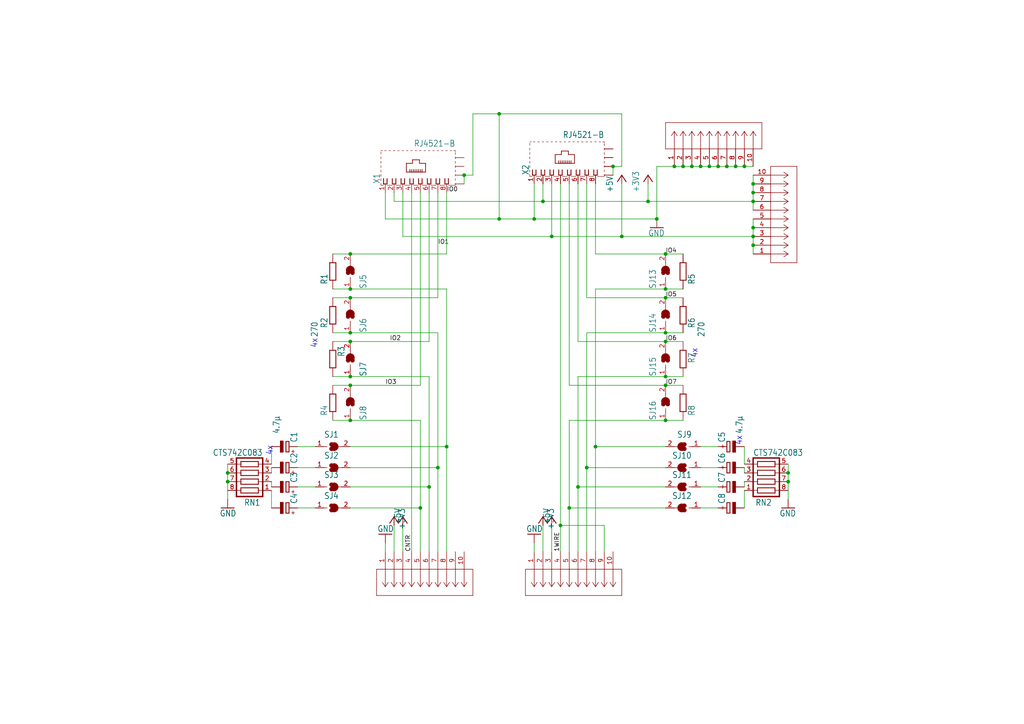
<source format=kicad_sch>
(kicad_sch (version 20230121) (generator eeschema)
  (paper "A4")
  (lib_symbols
    (symbol "SJ_1"
      (property "Reference" "SJ" (at -2.54 2.54 0))
      (symbol "SJ_1_1_0"
        (arc (start -0.381 -0.635) (mid 0.2514 -0.0001) (end -0.3808 0.635) (stroke (width 1.27)))
        (polyline (pts (xy -2.54 0) (xy -1.651 0)) (stroke (width 0.1524)))
        (polyline (pts (xy 2.54 0) (xy 1.651 0)) (stroke (width 0.1524)))
        (arc (start 0.3808 -0.635) (mid 1.0131 -0.0001) (end 0.381 0.635) (stroke (width 1.27)))
        (pin passive line (at -5.08 0 0) (length 2.54) (name "1") (number "1"))
        (pin passive line (at 5.08 0 180) (length 2.54) (name "2") (number "2"))
      )
    )
    (symbol "SJ_10"
      (property "Reference" "SJ" (at -2.54 2.54 0))
      (symbol "SJ_10_1_0"
        (arc (start -0.381 -0.635) (mid 0.2514 -0.0001) (end -0.3808 0.635) (stroke (width 1.27)))
        (polyline (pts (xy -2.54 0) (xy -1.651 0)) (stroke (width 0.1524)))
        (polyline (pts (xy 2.54 0) (xy 1.651 0)) (stroke (width 0.1524)))
        (arc (start 0.3808 -0.635) (mid 1.0131 -0.0001) (end 0.381 0.635) (stroke (width 1.27)))
        (pin passive line (at -5.08 0 0) (length 2.54) (name "1") (number "1"))
        (pin passive line (at 5.08 0 180) (length 2.54) (name "2") (number "2"))
      )
    )
    (symbol "SJ_12"
      (property "Reference" "SJ" (at -2.54 2.54 0))
      (symbol "SJ_12_1_0"
        (arc (start -0.381 -0.635) (mid 0.2514 -0.0001) (end -0.3808 0.635) (stroke (width 1.27)))
        (polyline (pts (xy -2.54 0) (xy -1.651 0)) (stroke (width 0.1524)))
        (polyline (pts (xy 2.54 0) (xy 1.651 0)) (stroke (width 0.1524)))
        (arc (start 0.3808 -0.635) (mid 1.0131 -0.0001) (end 0.381 0.635) (stroke (width 1.27)))
        (pin passive line (at -5.08 0 0) (length 2.54) (name "1") (number "1"))
        (pin passive line (at 5.08 0 180) (length 2.54) (name "2") (number "2"))
      )
    )
    (symbol "SJ_13"
      (property "Reference" "SJ" (at -2.54 2.54 0))
      (symbol "SJ_13_1_0"
        (arc (start -0.381 -0.635) (mid 0.2514 -0.0001) (end -0.3808 0.635) (stroke (width 1.27)))
        (polyline (pts (xy -2.54 0) (xy -1.651 0)) (stroke (width 0.1524)))
        (polyline (pts (xy 2.54 0) (xy 1.651 0)) (stroke (width 0.1524)))
        (arc (start 0.3808 -0.635) (mid 1.0131 -0.0001) (end 0.381 0.635) (stroke (width 1.27)))
        (pin passive line (at -5.08 0 0) (length 2.54) (name "1") (number "1"))
        (pin passive line (at 5.08 0 180) (length 2.54) (name "2") (number "2"))
      )
    )
    (symbol "SJ_14"
      (property "Reference" "SJ" (at -2.54 2.54 0))
      (symbol "SJ_14_1_0"
        (arc (start -0.381 -0.635) (mid 0.2514 -0.0001) (end -0.3808 0.635) (stroke (width 1.27)))
        (polyline (pts (xy -2.54 0) (xy -1.651 0)) (stroke (width 0.1524)))
        (polyline (pts (xy 2.54 0) (xy 1.651 0)) (stroke (width 0.1524)))
        (arc (start 0.3808 -0.635) (mid 1.0131 -0.0001) (end 0.381 0.635) (stroke (width 1.27)))
        (pin passive line (at -5.08 0 0) (length 2.54) (name "1") (number "1"))
        (pin passive line (at 5.08 0 180) (length 2.54) (name "2") (number "2"))
      )
    )
    (symbol "SJ_15"
      (property "Reference" "SJ" (at -2.54 2.54 0))
      (symbol "SJ_15_1_0"
        (arc (start -0.381 -0.635) (mid 0.2514 -0.0001) (end -0.3808 0.635) (stroke (width 1.27)))
        (polyline (pts (xy -2.54 0) (xy -1.651 0)) (stroke (width 0.1524)))
        (polyline (pts (xy 2.54 0) (xy 1.651 0)) (stroke (width 0.1524)))
        (arc (start 0.3808 -0.635) (mid 1.0131 -0.0001) (end 0.381 0.635) (stroke (width 1.27)))
        (pin passive line (at -5.08 0 0) (length 2.54) (name "1") (number "1"))
        (pin passive line (at 5.08 0 180) (length 2.54) (name "2") (number "2"))
      )
    )
    (symbol "SJ_2"
      (property "Reference" "SJ" (at -2.54 2.54 0))
      (symbol "SJ_2_1_0"
        (arc (start -0.381 -0.635) (mid 0.2514 -0.0001) (end -0.3808 0.635) (stroke (width 1.27)))
        (polyline (pts (xy -2.54 0) (xy -1.651 0)) (stroke (width 0.1524)))
        (polyline (pts (xy 2.54 0) (xy 1.651 0)) (stroke (width 0.1524)))
        (arc (start 0.3808 -0.635) (mid 1.0131 -0.0001) (end 0.381 0.635) (stroke (width 1.27)))
        (pin passive line (at -5.08 0 0) (length 2.54) (name "1") (number "1"))
        (pin passive line (at 5.08 0 180) (length 2.54) (name "2") (number "2"))
      )
    )
    (symbol "SJ_3"
      (property "Reference" "SJ" (at -2.54 2.54 0))
      (symbol "SJ_3_1_0"
        (arc (start -0.381 -0.635) (mid 0.2514 -0.0001) (end -0.3808 0.635) (stroke (width 1.27)))
        (polyline (pts (xy -2.54 0) (xy -1.651 0)) (stroke (width 0.1524)))
        (polyline (pts (xy 2.54 0) (xy 1.651 0)) (stroke (width 0.1524)))
        (arc (start 0.3808 -0.635) (mid 1.0131 -0.0001) (end 0.381 0.635) (stroke (width 1.27)))
        (pin passive line (at -5.08 0 0) (length 2.54) (name "1") (number "1"))
        (pin passive line (at 5.08 0 180) (length 2.54) (name "2") (number "2"))
      )
    )
    (symbol "SJ_4"
      (property "Reference" "SJ" (at -2.54 2.54 0))
      (symbol "SJ_4_1_0"
        (arc (start -0.381 -0.635) (mid 0.2514 -0.0001) (end -0.3808 0.635) (stroke (width 1.27)))
        (polyline (pts (xy -2.54 0) (xy -1.651 0)) (stroke (width 0.1524)))
        (polyline (pts (xy 2.54 0) (xy 1.651 0)) (stroke (width 0.1524)))
        (arc (start 0.3808 -0.635) (mid 1.0131 -0.0001) (end 0.381 0.635) (stroke (width 1.27)))
        (pin passive line (at -5.08 0 0) (length 2.54) (name "1") (number "1"))
        (pin passive line (at 5.08 0 180) (length 2.54) (name "2") (number "2"))
      )
    )
    (symbol "SJ_5"
      (property "Reference" "SJ" (at -2.54 2.54 0))
      (symbol "SJ_5_1_0"
        (arc (start -0.381 -0.635) (mid 0.2514 -0.0001) (end -0.3808 0.635) (stroke (width 1.27)))
        (polyline (pts (xy -2.54 0) (xy -1.651 0)) (stroke (width 0.1524)))
        (polyline (pts (xy 2.54 0) (xy 1.651 0)) (stroke (width 0.1524)))
        (arc (start 0.3808 -0.635) (mid 1.0131 -0.0001) (end 0.381 0.635) (stroke (width 1.27)))
        (pin passive line (at -5.08 0 0) (length 2.54) (name "1") (number "1"))
        (pin passive line (at 5.08 0 180) (length 2.54) (name "2") (number "2"))
      )
    )
    (symbol "SJ_6"
      (property "Reference" "SJ" (at -2.54 2.54 0))
      (symbol "SJ_6_1_0"
        (arc (start -0.381 -0.635) (mid 0.2514 -0.0001) (end -0.3808 0.635) (stroke (width 1.27)))
        (polyline (pts (xy -2.54 0) (xy -1.651 0)) (stroke (width 0.1524)))
        (polyline (pts (xy 2.54 0) (xy 1.651 0)) (stroke (width 0.1524)))
        (arc (start 0.3808 -0.635) (mid 1.0131 -0.0001) (end 0.381 0.635) (stroke (width 1.27)))
        (pin passive line (at -5.08 0 0) (length 2.54) (name "1") (number "1"))
        (pin passive line (at 5.08 0 180) (length 2.54) (name "2") (number "2"))
      )
    )
    (symbol "SJ_7"
      (property "Reference" "SJ" (at -2.54 2.54 0))
      (symbol "SJ_7_1_0"
        (arc (start -0.381 -0.635) (mid 0.2514 -0.0001) (end -0.3808 0.635) (stroke (width 1.27)))
        (polyline (pts (xy -2.54 0) (xy -1.651 0)) (stroke (width 0.1524)))
        (polyline (pts (xy 2.54 0) (xy 1.651 0)) (stroke (width 0.1524)))
        (arc (start 0.3808 -0.635) (mid 1.0131 -0.0001) (end 0.381 0.635) (stroke (width 1.27)))
        (pin passive line (at -5.08 0 0) (length 2.54) (name "1") (number "1"))
        (pin passive line (at 5.08 0 180) (length 2.54) (name "2") (number "2"))
      )
    )
    (symbol "SJ_8"
      (property "Reference" "SJ" (at -2.54 2.54 0))
      (symbol "SJ_8_1_0"
        (arc (start -0.381 -0.635) (mid 0.2514 -0.0001) (end -0.3808 0.635) (stroke (width 1.27)))
        (polyline (pts (xy -2.54 0) (xy -1.651 0)) (stroke (width 0.1524)))
        (polyline (pts (xy 2.54 0) (xy 1.651 0)) (stroke (width 0.1524)))
        (arc (start 0.3808 -0.635) (mid 1.0131 -0.0001) (end 0.381 0.635) (stroke (width 1.27)))
        (pin passive line (at -5.08 0 0) (length 2.54) (name "1") (number "1"))
        (pin passive line (at 5.08 0 180) (length 2.54) (name "2") (number "2"))
      )
    )
    (symbol "SJ_9"
      (property "Reference" "SJ" (at -2.54 2.54 0))
      (symbol "SJ_9_1_0"
        (arc (start -0.381 -0.635) (mid 0.2514 -0.0001) (end -0.3808 0.635) (stroke (width 1.27)))
        (polyline (pts (xy -2.54 0) (xy -1.651 0)) (stroke (width 0.1524)))
        (polyline (pts (xy 2.54 0) (xy 1.651 0)) (stroke (width 0.1524)))
        (arc (start 0.3808 -0.635) (mid 1.0131 -0.0001) (end 0.381 0.635) (stroke (width 1.27)))
        (pin passive line (at -5.08 0 0) (length 2.54) (name "1") (number "1"))
        (pin passive line (at 5.08 0 180) (length 2.54) (name "2") (number "2"))
      )
    )
    (symbol "splitter_board-eagle-import:+3V3" (power)
      (property "Value" "+3V3" (at -2.54 -5.08 90))
      (symbol "+3V3_1_0"
        (polyline (pts (xy 0 0) (xy -1.27 -1.905)) (stroke (width 0.254)))
        (polyline (pts (xy 1.27 -1.905) (xy 0 0)) (stroke (width 0.254)))
        (pin power_in line (at 0 -2.54 90) (length 2.54) (name "+3V3") (number "1"))
      )
    )
    (symbol "splitter_board-eagle-import:+5V" (power)
      (property "Value" "+5V" (at -2.54 -5.08 90))
      (symbol "+5V_1_0"
        (polyline (pts (xy 0 0) (xy -1.27 -1.905)) (stroke (width 0.254)))
        (polyline (pts (xy 1.27 -1.905) (xy 0 0)) (stroke (width 0.254)))
        (pin power_in line (at 0 -2.54 90) (length 2.54) (name "+5V") (number "1"))
      )
    )
    (symbol "splitter_board-eagle-import:250-410"
      (symbol "250-410_1_0"
        (polyline (pts (xy 5.08 -25.4) (xy 12.7 -25.4)) (stroke (width 0.1524)))
        (polyline (pts (xy 5.08 2.54) (xy 5.08 -25.4)) (stroke (width 0.1524)))
        (polyline (pts (xy 10.16 -22.86) (xy 5.08 -22.86)) (stroke (width 0.1524)))
        (polyline (pts (xy 10.16 -22.86) (xy 8.89 -23.6982)) (stroke (width 0.1524)))
        (polyline (pts (xy 10.16 -22.86) (xy 8.89 -22.0218)) (stroke (width 0.1524)))
        (polyline (pts (xy 10.16 -20.32) (xy 5.08 -20.32)) (stroke (width 0.1524)))
        (polyline (pts (xy 10.16 -20.32) (xy 8.89 -21.1582)) (stroke (width 0.1524)))
        (polyline (pts (xy 10.16 -20.32) (xy 8.89 -19.4818)) (stroke (width 0.1524)))
        (polyline (pts (xy 10.16 -17.78) (xy 5.08 -17.78)) (stroke (width 0.1524)))
        (polyline (pts (xy 10.16 -17.78) (xy 8.89 -18.6182)) (stroke (width 0.1524)))
        (polyline (pts (xy 10.16 -17.78) (xy 8.89 -16.9418)) (stroke (width 0.1524)))
        (polyline (pts (xy 10.16 -15.24) (xy 5.08 -15.24)) (stroke (width 0.1524)))
        (polyline (pts (xy 10.16 -15.24) (xy 8.89 -16.0782)) (stroke (width 0.1524)))
        (polyline (pts (xy 10.16 -15.24) (xy 8.89 -14.4018)) (stroke (width 0.1524)))
        (polyline (pts (xy 10.16 -12.7) (xy 5.08 -12.7)) (stroke (width 0.1524)))
        (polyline (pts (xy 10.16 -12.7) (xy 8.89 -13.5382)) (stroke (width 0.1524)))
        (polyline (pts (xy 10.16 -12.7) (xy 8.89 -11.8618)) (stroke (width 0.1524)))
        (polyline (pts (xy 10.16 -10.16) (xy 5.08 -10.16)) (stroke (width 0.1524)))
        (polyline (pts (xy 10.16 -10.16) (xy 8.89 -10.9982)) (stroke (width 0.1524)))
        (polyline (pts (xy 10.16 -10.16) (xy 8.89 -9.3218)) (stroke (width 0.1524)))
        (polyline (pts (xy 10.16 -7.62) (xy 5.08 -7.62)) (stroke (width 0.1524)))
        (polyline (pts (xy 10.16 -7.62) (xy 8.89 -8.4582)) (stroke (width 0.1524)))
        (polyline (pts (xy 10.16 -7.62) (xy 8.89 -6.7818)) (stroke (width 0.1524)))
        (polyline (pts (xy 10.16 -5.08) (xy 5.08 -5.08)) (stroke (width 0.1524)))
        (polyline (pts (xy 10.16 -5.08) (xy 8.89 -5.9182)) (stroke (width 0.1524)))
        (polyline (pts (xy 10.16 -5.08) (xy 8.89 -4.2418)) (stroke (width 0.1524)))
        (polyline (pts (xy 10.16 -2.54) (xy 5.08 -2.54)) (stroke (width 0.1524)))
        (polyline (pts (xy 10.16 -2.54) (xy 8.89 -3.3782)) (stroke (width 0.1524)))
        (polyline (pts (xy 10.16 -2.54) (xy 8.89 -1.7018)) (stroke (width 0.1524)))
        (polyline (pts (xy 10.16 0) (xy 5.08 0)) (stroke (width 0.1524)))
        (polyline (pts (xy 10.16 0) (xy 8.89 -0.8382)) (stroke (width 0.1524)))
        (polyline (pts (xy 10.16 0) (xy 8.89 0.8382)) (stroke (width 0.1524)))
        (polyline (pts (xy 12.7 -25.4) (xy 12.7 2.54)) (stroke (width 0.1524)))
        (polyline (pts (xy 12.7 2.54) (xy 5.08 2.54)) (stroke (width 0.1524)))
        (pin passive line (at 0 0 0) (length 5.08) (name "1") (number "1"))
        (pin passive line (at 0 -22.86 0) (length 5.08) (name "10") (number "10"))
        (pin passive line (at 0 -2.54 0) (length 5.08) (name "2") (number "2"))
        (pin passive line (at 0 -5.08 0) (length 5.08) (name "3") (number "3"))
        (pin passive line (at 0 -7.62 0) (length 5.08) (name "4") (number "4"))
        (pin passive line (at 0 -10.16 0) (length 5.08) (name "5") (number "5"))
        (pin passive line (at 0 -12.7 0) (length 5.08) (name "6") (number "6"))
        (pin passive line (at 0 -15.24 0) (length 5.08) (name "7") (number "7"))
        (pin passive line (at 0 -17.78 0) (length 5.08) (name "8") (number "8"))
        (pin passive line (at 0 -20.32 0) (length 5.08) (name "9") (number "9"))
      )
    )
    (symbol "splitter_board-eagle-import:CPOL-EUA/3216-18R"
      (property "Reference" "C" (at 1.143 0.4826 0))
      (symbol "CPOL-EUA/3216-18R_1_0"
        (rectangle (start -1.651 -2.54) (end 1.651 -1.651) (fill (type outline)))
        (polyline (pts (xy -1.524 -0.889) (xy 1.524 -0.889)) (stroke (width 0.254)))
        (polyline (pts (xy -1.524 0) (xy -1.524 -0.889)) (stroke (width 0.254)))
        (polyline (pts (xy -1.524 0) (xy 1.524 0)) (stroke (width 0.254)))
        (polyline (pts (xy 1.524 -0.889) (xy 1.524 0)) (stroke (width 0.254)))
        (text "+" (at -0.5842 0.4064 900) (effects (font (size 1.27 1.0795)) (justify left bottom)))
        (pin passive line (at 0 2.54 270) (length 2.54) (name "+") (number "+"))
        (pin passive line (at 0 -5.08 90) (length 2.54) (name "-") (number "-"))
      )
    )
    (symbol "splitter_board-eagle-import:CTS742C083"
      (property "Reference" "RN" (at -1.905 5.08 0))
      (symbol "CTS742C083_1_0"
        (polyline (pts (xy -2.54 -5.08) (xy -1.27 -5.08)) (stroke (width 0.1524)))
        (polyline (pts (xy -2.54 -2.54) (xy -1.27 -2.54)) (stroke (width 0.1524)))
        (polyline (pts (xy -2.54 0) (xy -1.27 0)) (stroke (width 0.1524)))
        (polyline (pts (xy -2.54 4.318) (xy -2.54 -6.858)) (stroke (width 0.4064)))
        (polyline (pts (xy -1.27 -5.842) (xy 3.81 -5.842)) (stroke (width 0.254)))
        (polyline (pts (xy -1.27 -5.08) (xy -1.27 -5.842)) (stroke (width 0.254)))
        (polyline (pts (xy -1.27 -4.318) (xy -1.27 -5.08)) (stroke (width 0.254)))
        (polyline (pts (xy -1.27 -3.302) (xy 3.81 -3.302)) (stroke (width 0.254)))
        (polyline (pts (xy -1.27 -2.54) (xy -1.27 -3.302)) (stroke (width 0.254)))
        (polyline (pts (xy -1.27 -1.778) (xy -1.27 -2.54)) (stroke (width 0.254)))
        (polyline (pts (xy -1.27 -0.762) (xy 3.81 -0.762)) (stroke (width 0.254)))
        (polyline (pts (xy -1.27 0) (xy -1.27 -0.762)) (stroke (width 0.254)))
        (polyline (pts (xy -1.27 0.762) (xy -1.27 0)) (stroke (width 0.254)))
        (polyline (pts (xy -1.27 1.778) (xy 3.81 1.778)) (stroke (width 0.254)))
        (polyline (pts (xy -1.27 2.54) (xy -2.54 2.54)) (stroke (width 0.1524)))
        (polyline (pts (xy -1.27 2.54) (xy -1.27 1.778)) (stroke (width 0.254)))
        (polyline (pts (xy -1.27 3.302) (xy -1.27 2.54)) (stroke (width 0.254)))
        (polyline (pts (xy 3.81 -5.842) (xy 3.81 -5.08)) (stroke (width 0.254)))
        (polyline (pts (xy 3.81 -5.08) (xy 3.81 -4.318)) (stroke (width 0.254)))
        (polyline (pts (xy 3.81 -4.318) (xy -1.27 -4.318)) (stroke (width 0.254)))
        (polyline (pts (xy 3.81 -3.302) (xy 3.81 -2.54)) (stroke (width 0.254)))
        (polyline (pts (xy 3.81 -2.54) (xy 3.81 -1.778)) (stroke (width 0.254)))
        (polyline (pts (xy 3.81 -1.778) (xy -1.27 -1.778)) (stroke (width 0.254)))
        (polyline (pts (xy 3.81 -0.762) (xy 3.81 0)) (stroke (width 0.254)))
        (polyline (pts (xy 3.81 0) (xy 3.81 0.762)) (stroke (width 0.254)))
        (polyline (pts (xy 3.81 0.762) (xy -1.27 0.762)) (stroke (width 0.254)))
        (polyline (pts (xy 3.81 1.778) (xy 3.81 2.54)) (stroke (width 0.254)))
        (polyline (pts (xy 3.81 2.54) (xy 3.81 3.302)) (stroke (width 0.254)))
        (polyline (pts (xy 3.81 2.54) (xy 5.08 2.54)) (stroke (width 0.1524)))
        (polyline (pts (xy 3.81 3.302) (xy -1.27 3.302)) (stroke (width 0.254)))
        (polyline (pts (xy 5.08 -6.858) (xy -2.54 -6.858)) (stroke (width 0.4064)))
        (polyline (pts (xy 5.08 -5.08) (xy 3.81 -5.08)) (stroke (width 0.1524)))
        (polyline (pts (xy 5.08 -2.54) (xy 3.81 -2.54)) (stroke (width 0.1524)))
        (polyline (pts (xy 5.08 0) (xy 3.81 0)) (stroke (width 0.1524)))
        (polyline (pts (xy 5.08 4.318) (xy -2.54 4.318)) (stroke (width 0.4064)))
        (polyline (pts (xy 5.08 4.318) (xy 5.08 -6.858)) (stroke (width 0.4064)))
        (pin passive line (at -5.08 2.54 0) (length 2.54) (name "1") (number "1"))
        (pin passive line (at -5.08 0 0) (length 2.54) (name "2") (number "2"))
        (pin passive line (at -5.08 -2.54 0) (length 2.54) (name "3") (number "3"))
        (pin passive line (at -5.08 -5.08 0) (length 2.54) (name "4") (number "4"))
        (pin passive line (at 7.62 -5.08 180) (length 2.54) (name "5") (number "5"))
        (pin passive line (at 7.62 -2.54 180) (length 2.54) (name "6") (number "6"))
        (pin passive line (at 7.62 0 180) (length 2.54) (name "7") (number "7"))
        (pin passive line (at 7.62 2.54 180) (length 2.54) (name "8") (number "8"))
      )
    )
    (symbol "splitter_board-eagle-import:GND" (power)
      (property "Value" "GND" (at -2.54 -2.54 0))
      (symbol "GND_1_0"
        (polyline (pts (xy -1.905 0) (xy 1.905 0)) (stroke (width 0.254)))
        (pin power_in line (at 0 2.54 270) (length 2.54) (name "GND") (number "1"))
      )
    )
    (symbol "splitter_board-eagle-import:R-EU_R0805"
      (property "Reference" "R" (at -3.81 1.4986 0))
      (symbol "R-EU_R0805_1_0"
        (polyline (pts (xy -2.54 -0.889) (xy -2.54 0.889)) (stroke (width 0.254)))
        (polyline (pts (xy -2.54 -0.889) (xy 2.54 -0.889)) (stroke (width 0.254)))
        (polyline (pts (xy 2.54 -0.889) (xy 2.54 0.889)) (stroke (width 0.254)))
        (polyline (pts (xy 2.54 0.889) (xy -2.54 0.889)) (stroke (width 0.254)))
        (pin passive line (at -5.08 0 0) (length 2.54) (name "1") (number "1"))
        (pin passive line (at 5.08 0 180) (length 2.54) (name "2") (number "2"))
      )
    )
    (symbol "splitter_board-eagle-import:RJ4521-B"
      (property "Reference" "X" (at -5.08 11.684 0))
      (symbol "RJ4521-B_1_0"
        (polyline (pts (xy -5.461 -10.16) (xy -4.826 -10.16)) (stroke (width 0.127)))
        (polyline (pts (xy -5.461 -8.128) (xy -5.461 -10.16)) (stroke (width 0.127)))
        (polyline (pts (xy -5.461 -5.588) (xy -5.461 -7.112)) (stroke (width 0.127)))
        (polyline (pts (xy -5.461 -3.048) (xy -5.461 -4.572)) (stroke (width 0.127)))
        (polyline (pts (xy -5.461 -0.508) (xy -5.461 -2.032)) (stroke (width 0.127)))
        (polyline (pts (xy -5.461 2.032) (xy -5.461 0.508)) (stroke (width 0.127)))
        (polyline (pts (xy -5.461 4.572) (xy -5.461 3.048)) (stroke (width 0.127)))
        (polyline (pts (xy -5.461 7.112) (xy -5.461 5.588)) (stroke (width 0.127)))
        (polyline (pts (xy -5.461 9.652) (xy -5.461 8.128)) (stroke (width 0.127)))
        (polyline (pts (xy -5.461 11.43) (xy -5.461 10.668)) (stroke (width 0.127)))
        (polyline (pts (xy -5.08 -8.128) (xy -3.556 -8.128)) (stroke (width 0.254)))
        (polyline (pts (xy -5.08 -7.112) (xy -5.08 -8.128)) (stroke (width 0.254)))
        (polyline (pts (xy -5.08 -5.588) (xy -3.556 -5.588)) (stroke (width 0.254)))
        (polyline (pts (xy -5.08 -4.572) (xy -5.08 -5.588)) (stroke (width 0.254)))
        (polyline (pts (xy -5.08 -3.048) (xy -3.556 -3.048)) (stroke (width 0.254)))
        (polyline (pts (xy -5.08 -2.032) (xy -5.08 -3.048)) (stroke (width 0.254)))
        (polyline (pts (xy -5.08 -0.508) (xy -3.556 -0.508)) (stroke (width 0.254)))
        (polyline (pts (xy -5.08 0.508) (xy -5.08 -0.508)) (stroke (width 0.254)))
        (polyline (pts (xy -5.08 2.032) (xy -3.556 2.032)) (stroke (width 0.254)))
        (polyline (pts (xy -5.08 3.048) (xy -5.08 2.032)) (stroke (width 0.254)))
        (polyline (pts (xy -5.08 4.572) (xy -3.556 4.572)) (stroke (width 0.254)))
        (polyline (pts (xy -5.08 5.588) (xy -5.08 4.572)) (stroke (width 0.254)))
        (polyline (pts (xy -5.08 7.112) (xy -3.556 7.112)) (stroke (width 0.254)))
        (polyline (pts (xy -5.08 8.128) (xy -5.08 7.112)) (stroke (width 0.254)))
        (polyline (pts (xy -5.08 9.652) (xy -3.556 9.652)) (stroke (width 0.254)))
        (polyline (pts (xy -5.08 10.668) (xy -5.08 9.652)) (stroke (width 0.254)))
        (polyline (pts (xy -4.826 11.43) (xy -5.461 11.43)) (stroke (width 0.127)))
        (polyline (pts (xy -4.064 -10.16) (xy -3.556 -10.16)) (stroke (width 0.127)))
        (polyline (pts (xy -3.556 -7.112) (xy -5.08 -7.112)) (stroke (width 0.254)))
        (polyline (pts (xy -3.556 -4.572) (xy -5.08 -4.572)) (stroke (width 0.254)))
        (polyline (pts (xy -3.556 -2.032) (xy -5.08 -2.032)) (stroke (width 0.254)))
        (polyline (pts (xy -3.556 0.508) (xy -5.08 0.508)) (stroke (width 0.254)))
        (polyline (pts (xy -3.556 3.048) (xy -5.08 3.048)) (stroke (width 0.254)))
        (polyline (pts (xy -3.556 5.588) (xy -5.08 5.588)) (stroke (width 0.254)))
        (polyline (pts (xy -3.556 8.128) (xy -5.08 8.128)) (stroke (width 0.254)))
        (polyline (pts (xy -3.556 10.668) (xy -5.08 10.668)) (stroke (width 0.254)))
        (polyline (pts (xy -3.556 11.43) (xy -4.191 11.43)) (stroke (width 0.127)))
        (polyline (pts (xy -2.794 -10.16) (xy -2.286 -10.16)) (stroke (width 0.127)))
        (polyline (pts (xy -2.286 11.43) (xy -2.921 11.43)) (stroke (width 0.127)))
        (polyline (pts (xy -1.651 -1.524) (xy 0.889 -1.524)) (stroke (width 0.1998)))
        (polyline (pts (xy -1.651 -0.508) (xy -1.651 -1.524)) (stroke (width 0.1998)))
        (polyline (pts (xy -1.651 -0.508) (xy -0.889 -0.508)) (stroke (width 0.1998)))
        (polyline (pts (xy -1.651 0) (xy -1.651 -0.508)) (stroke (width 0.1998)))
        (polyline (pts (xy -1.651 0) (xy -0.889 0)) (stroke (width 0.1998)))
        (polyline (pts (xy -1.651 0.508) (xy -1.651 0)) (stroke (width 0.1998)))
        (polyline (pts (xy -1.651 0.508) (xy -0.889 0.508)) (stroke (width 0.1998)))
        (polyline (pts (xy -1.651 1.016) (xy -1.651 0.508)) (stroke (width 0.1998)))
        (polyline (pts (xy -1.651 1.016) (xy -0.889 1.016)) (stroke (width 0.1998)))
        (polyline (pts (xy -1.651 1.524) (xy -1.651 1.016)) (stroke (width 0.1998)))
        (polyline (pts (xy -1.651 1.524) (xy -0.889 1.524)) (stroke (width 0.1998)))
        (polyline (pts (xy -1.651 2.032) (xy -1.651 1.524)) (stroke (width 0.1998)))
        (polyline (pts (xy -1.651 2.032) (xy -0.889 2.032)) (stroke (width 0.1998)))
        (polyline (pts (xy -1.651 2.54) (xy -1.651 2.032)) (stroke (width 0.1998)))
        (polyline (pts (xy -1.651 2.54) (xy -0.889 2.54)) (stroke (width 0.1998)))
        (polyline (pts (xy -1.651 3.048) (xy -1.651 2.54)) (stroke (width 0.1998)))
        (polyline (pts (xy -1.651 3.048) (xy -0.889 3.048)) (stroke (width 0.1998)))
        (polyline (pts (xy -1.651 4.064) (xy -1.651 3.048)) (stroke (width 0.1998)))
        (polyline (pts (xy -1.016 -10.16) (xy -1.651 -10.16)) (stroke (width 0.127)))
        (polyline (pts (xy -1.016 11.43) (xy -1.651 11.43)) (stroke (width 0.127)))
        (polyline (pts (xy 0.254 -10.16) (xy -0.381 -10.16)) (stroke (width 0.127)))
        (polyline (pts (xy 0.254 11.43) (xy -0.381 11.43)) (stroke (width 0.127)))
        (polyline (pts (xy 0.889 -1.524) (xy 0.889 0.254)) (stroke (width 0.1998)))
        (polyline (pts (xy 0.889 0.254) (xy 1.905 0.254)) (stroke (width 0.1998)))
        (polyline (pts (xy 0.889 2.286) (xy 0.889 4.064)) (stroke (width 0.1998)))
        (polyline (pts (xy 0.889 4.064) (xy -1.651 4.064)) (stroke (width 0.1998)))
        (polyline (pts (xy 1.524 -10.16) (xy 0.889 -10.16)) (stroke (width 0.127)))
        (polyline (pts (xy 1.524 11.43) (xy 0.889 11.43)) (stroke (width 0.127)))
        (polyline (pts (xy 1.905 0.254) (xy 1.905 2.286)) (stroke (width 0.1998)))
        (polyline (pts (xy 1.905 2.286) (xy 0.889 2.286)) (stroke (width 0.1998)))
        (polyline (pts (xy 2.794 -10.16) (xy 2.159 -10.16)) (stroke (width 0.127)))
        (polyline (pts (xy 2.794 11.43) (xy 2.159 11.43)) (stroke (width 0.127)))
        (polyline (pts (xy 3.556 11.43) (xy 4.191 11.43)) (stroke (width 0.127)))
        (polyline (pts (xy 4.064 -10.16) (xy 3.429 -10.16)) (stroke (width 0.127)))
        (polyline (pts (xy 4.318 -10.16) (xy 4.572 -10.16)) (stroke (width 0.127)))
        (polyline (pts (xy 4.572 -10.16) (xy 4.572 -9.652)) (stroke (width 0.127)))
        (polyline (pts (xy 4.572 -9.144) (xy 4.572 -8.636)) (stroke (width 0.127)))
        (polyline (pts (xy 4.572 -7.874) (xy 4.572 -7.366)) (stroke (width 0.127)))
        (polyline (pts (xy 4.572 -6.604) (xy 4.572 -6.096)) (stroke (width 0.127)))
        (polyline (pts (xy 4.572 -5.334) (xy 4.572 -4.826)) (stroke (width 0.127)))
        (polyline (pts (xy 4.572 -4.064) (xy 4.572 -3.556)) (stroke (width 0.127)))
        (polyline (pts (xy 4.572 -2.794) (xy 4.572 -2.286)) (stroke (width 0.127)))
        (polyline (pts (xy 4.572 -1.524) (xy 4.572 -1.016)) (stroke (width 0.127)))
        (polyline (pts (xy 4.572 -0.254) (xy 4.572 0.254)) (stroke (width 0.127)))
        (polyline (pts (xy 4.572 1.016) (xy 4.572 1.524)) (stroke (width 0.127)))
        (polyline (pts (xy 4.572 2.286) (xy 4.572 2.794)) (stroke (width 0.127)))
        (polyline (pts (xy 4.572 3.556) (xy 4.572 4.064)) (stroke (width 0.127)))
        (polyline (pts (xy 4.572 4.826) (xy 4.572 5.334)) (stroke (width 0.127)))
        (polyline (pts (xy 4.572 6.096) (xy 4.572 6.604)) (stroke (width 0.127)))
        (polyline (pts (xy 4.572 7.366) (xy 4.572 7.874)) (stroke (width 0.127)))
        (polyline (pts (xy 4.572 8.636) (xy 4.572 9.144)) (stroke (width 0.127)))
        (polyline (pts (xy 4.572 9.906) (xy 4.572 10.414)) (stroke (width 0.127)))
        (polyline (pts (xy 4.572 10.922) (xy 4.572 11.43)) (stroke (width 0.127)))
        (pin passive line (at -7.62 10.16 0) (length 2.54) (name "1") (number "1"))
        (pin passive line (at -7.62 7.62 0) (length 2.54) (name "2") (number "2"))
        (pin passive line (at -7.62 5.08 0) (length 2.54) (name "3") (number "3"))
        (pin passive line (at -7.62 2.54 0) (length 2.54) (name "4") (number "4"))
        (pin passive line (at -7.62 0 0) (length 2.54) (name "5") (number "5"))
        (pin passive line (at -7.62 -2.54 0) (length 2.54) (name "6") (number "6"))
        (pin passive line (at -7.62 -5.08 0) (length 2.54) (name "7") (number "7"))
        (pin passive line (at -7.62 -7.62 0) (length 2.54) (name "8") (number "8"))
        (pin passive line (at -5.08 -12.7 90) (length 2.54) (name "S@1") (number "S1"))
        (pin passive line (at -2.54 -12.7 90) (length 2.54) (name "S@2") (number "S2"))
        (pin passive line (at 0 -12.7 90) (length 2.54) (name "S@3") (number "S3"))
        (pin passive line (at 2.54 -12.7 90) (length 2.54) (name "S@4") (number "S4"))
      )
    )
    (symbol "splitter_board-eagle-import:SJ"
      (property "Reference" "SJ" (at -2.54 2.54 0))
      (symbol "SJ_1_0"
        (arc (start -0.381 -0.635) (mid 0.2514 -0.0001) (end -0.3808 0.635) (stroke (width 1.27)))
        (polyline (pts (xy -2.54 0) (xy -1.651 0)) (stroke (width 0.1524)))
        (polyline (pts (xy 2.54 0) (xy 1.651 0)) (stroke (width 0.1524)))
        (arc (start 0.3808 -0.635) (mid 1.0131 -0.0001) (end 0.381 0.635) (stroke (width 1.27)))
        (pin passive line (at -5.08 0 0) (length 2.54) (name "1") (number "1"))
        (pin passive line (at 5.08 0 180) (length 2.54) (name "2") (number "2"))
      )
    )
  )
  (junction (at 144.78 33.02))
  (junction (at 160.02 68.58))
  (junction (at 195.58 48.26))
  (junction (at 157.48 58.42))
  (junction (at 167.64 141.224))
  (junction (at 208.28 48.26))
  (junction (at 193.04 73.66))
  (junction (at 193.04 111.76))
  (junction (at 218.44 53.34))
  (junction (at 228.6 139.7))
  (junction (at 215.9 48.26))
  (junction (at 101.6 111.76))
  (junction (at 66.04 137.16))
  (junction (at 218.44 58.42))
  (junction (at 218.44 55.88))
  (junction (at 127 135.636))
  (junction (at 124.46 141.224))
  (junction (at 218.44 71.12))
  (junction (at 213.36 48.26))
  (junction (at 198.12 48.26))
  (junction (at 170.18 135.636))
  (junction (at 121.92 147.32))
  (junction (at 187.96 58.42))
  (junction (at 162.56 152.4))
  (junction (at 165.1 147.32))
  (junction (at 101.6 121.92))
  (junction (at 190.5 63.5))
  (junction (at 101.6 109.22))
  (junction (at 101.6 99.06))
  (junction (at 200.66 48.26))
  (junction (at 210.82 48.26))
  (junction (at 205.74 48.26))
  (junction (at 218.44 66.04))
  (junction (at 180.34 68.58))
  (junction (at 101.6 86.36))
  (junction (at 134.62 50.8))
  (junction (at 101.6 96.52))
  (junction (at 144.78 63.5))
  (junction (at 193.04 121.92))
  (junction (at 154.94 63.5))
  (junction (at 193.04 99.06))
  (junction (at 193.04 83.82))
  (junction (at 101.6 73.66))
  (junction (at 203.2 48.26))
  (junction (at 101.6 83.82))
  (junction (at 218.44 68.58))
  (junction (at 172.72 129.54))
  (junction (at 66.04 139.7))
  (junction (at 193.04 109.22))
  (junction (at 177.8 48.26))
  (junction (at 193.04 96.52))
  (junction (at 228.6 137.16))
  (junction (at 129.54 129.54))
  (junction (at 193.04 86.36))
  (wire (pts (xy 218.44 55.88) (xy 218.44 53.34)) (stroke (width 0.1524)))
  (wire (pts (xy 162.56 152.4) (xy 162.56 160.02)) (stroke (width 0.1524)))
  (wire (pts (xy 215.9 48.26) (xy 213.36 48.26)) (stroke (width 0.1524)))
  (wire (pts (xy 101.6 109.22) (xy 124.46 109.22)) (stroke (width 0.1524)))
  (wire (pts (xy 114.3 160.02) (xy 114.3 152.4)) (stroke (width 0.1524)))
  (wire (pts (xy 190.5 63.5) (xy 190.5 48.26)) (stroke (width 0.1524)))
  (wire (pts (xy 218.44 71.12) (xy 218.44 73.66)) (stroke (width 0.1524)))
  (wire (pts (xy 127 135.636) (xy 101.6 135.636)) (stroke (width 0.1524)))
  (wire (pts (xy 187.96 58.42) (xy 157.48 58.42)) (stroke (width 0.1524)))
  (wire (pts (xy 101.6 111.76) (xy 121.92 111.76)) (stroke (width 0.1524)))
  (wire (pts (xy 193.04 141.224) (xy 167.64 141.224)) (stroke (width 0.1524)))
  (wire (pts (xy 119.38 55.88) (xy 119.38 160.02)) (stroke (width 0.1524)))
  (wire (pts (xy 127 86.36) (xy 127 55.88)) (stroke (width 0.1524)))
  (wire (pts (xy 228.6 137.16) (xy 228.6 139.7)) (stroke (width 0.1524)))
  (wire (pts (xy 96.52 99.06) (xy 101.6 99.06)) (stroke (width 0.1524)))
  (wire (pts (xy 172.72 73.66) (xy 172.72 53.34)) (stroke (width 0.1524)))
  (wire (pts (xy 218.44 53.34) (xy 218.44 50.8)) (stroke (width 0.1524)))
  (wire (pts (xy 114.3 58.42) (xy 114.3 55.88)) (stroke (width 0.1524)))
  (wire (pts (xy 215.9 139.7) (xy 215.9 141.224)) (stroke (width 0.1524)))
  (wire (pts (xy 228.6 139.7) (xy 228.6 144.78)) (stroke (width 0.1524)))
  (wire (pts (xy 101.6 73.66) (xy 129.54 73.66)) (stroke (width 0.1524)))
  (wire (pts (xy 165.1 147.32) (xy 165.1 160.02)) (stroke (width 0.1524)))
  (wire (pts (xy 165.1 147.32) (xy 165.1 121.92)) (stroke (width 0.1524)))
  (wire (pts (xy 175.26 160.02) (xy 175.26 152.4)) (stroke (width 0.1524)))
  (wire (pts (xy 101.6 129.54) (xy 129.54 129.54)) (stroke (width 0.1524)))
  (wire (pts (xy 167.64 141.224) (xy 167.64 109.22)) (stroke (width 0.1524)))
  (wire (pts (xy 160.02 68.58) (xy 180.34 68.58)) (stroke (width 0.1524)))
  (wire (pts (xy 86.36 147.32) (xy 91.44 147.32)) (stroke (width 0.1524)))
  (wire (pts (xy 154.94 63.5) (xy 144.78 63.5)) (stroke (width 0.1524)))
  (wire (pts (xy 66.04 137.16) (xy 66.04 139.7)) (stroke (width 0.1524)))
  (wire (pts (xy 193.04 99.06) (xy 198.12 99.06)) (stroke (width 0.1524)))
  (wire (pts (xy 96.52 111.76) (xy 101.6 111.76)) (stroke (width 0.1524)))
  (wire (pts (xy 127 96.52) (xy 127 135.636)) (stroke (width 0.1524)))
  (wire (pts (xy 124.46 141.224) (xy 124.46 109.22)) (stroke (width 0.1524)))
  (wire (pts (xy 129.54 129.54) (xy 129.54 160.02)) (stroke (width 0.1524)))
  (wire (pts (xy 208.28 141.224) (xy 203.2 141.224)) (stroke (width 0.1524)))
  (wire (pts (xy 160.02 68.58) (xy 116.84 68.58)) (stroke (width 0.1524)))
  (wire (pts (xy 101.6 141.224) (xy 124.46 141.224)) (stroke (width 0.1524)))
  (wire (pts (xy 198.12 83.82) (xy 193.04 83.82)) (stroke (width 0.1524)))
  (wire (pts (xy 218.44 66.04) (xy 218.44 68.58)) (stroke (width 0.1524)))
  (wire (pts (xy 111.76 157.48) (xy 111.76 160.02)) (stroke (width 0.1524)))
  (wire (pts (xy 114.3 58.42) (xy 157.48 58.42)) (stroke (width 0.1524)))
  (wire (pts (xy 78.74 139.7) (xy 78.74 141.224)) (stroke (width 0.1524)))
  (wire (pts (xy 203.2 48.26) (xy 200.66 48.26)) (stroke (width 0.1524)))
  (wire (pts (xy 198.12 96.52) (xy 193.04 96.52)) (stroke (width 0.1524)))
  (wire (pts (xy 78.74 147.32) (xy 78.74 142.24)) (stroke (width 0.1524)))
  (wire (pts (xy 121.92 147.32) (xy 121.92 121.92)) (stroke (width 0.1524)))
  (wire (pts (xy 154.94 63.5) (xy 154.94 53.34)) (stroke (width 0.1524)))
  (wire (pts (xy 137.16 50.8) (xy 137.16 33.02)) (stroke (width 0.1524)))
  (wire (pts (xy 129.54 73.66) (xy 129.54 55.88)) (stroke (width 0.1524)))
  (wire (pts (xy 218.44 60.96) (xy 218.44 58.42)) (stroke (width 0.1524)))
  (wire (pts (xy 127 135.636) (xy 127 160.02)) (stroke (width 0.1524)))
  (wire (pts (xy 101.6 147.32) (xy 121.92 147.32)) (stroke (width 0.1524)))
  (wire (pts (xy 218.44 63.5) (xy 218.44 66.04)) (stroke (width 0.1524)))
  (wire (pts (xy 96.52 121.92) (xy 101.6 121.92)) (stroke (width 0.1524)))
  (wire (pts (xy 121.92 160.02) (xy 121.92 147.32)) (stroke (width 0.1524)))
  (wire (pts (xy 78.74 137.16) (xy 78.74 135.636)) (stroke (width 0.1524)))
  (wire (pts (xy 193.04 86.36) (xy 198.12 86.36)) (stroke (width 0.1524)))
  (wire (pts (xy 170.18 53.34) (xy 170.18 86.36)) (stroke (width 0.1524)))
  (wire (pts (xy 170.18 96.52) (xy 170.18 135.636)) (stroke (width 0.1524)))
  (wire (pts (xy 228.6 134.62) (xy 228.6 137.16)) (stroke (width 0.1524)))
  (wire (pts (xy 193.04 121.92) (xy 165.1 121.92)) (stroke (width 0.1524)))
  (wire (pts (xy 167.64 160.02) (xy 167.64 141.224)) (stroke (width 0.1524)))
  (wire (pts (xy 144.78 33.02) (xy 180.34 33.02)) (stroke (width 0.1524)))
  (wire (pts (xy 86.36 129.54) (xy 91.44 129.54)) (stroke (width 0.1524)))
  (wire (pts (xy 175.26 152.4) (xy 162.56 152.4)) (stroke (width 0.1524)))
  (wire (pts (xy 101.6 86.36) (xy 96.52 86.36)) (stroke (width 0.1524)))
  (wire (pts (xy 208.28 147.32) (xy 203.2 147.32)) (stroke (width 0.1524)))
  (wire (pts (xy 78.74 129.54) (xy 78.74 134.62)) (stroke (width 0.1524)))
  (wire (pts (xy 208.28 129.54) (xy 203.2 129.54)) (stroke (width 0.1524)))
  (wire (pts (xy 124.46 99.06) (xy 124.46 55.88)) (stroke (width 0.1524)))
  (wire (pts (xy 121.92 111.76) (xy 121.92 55.88)) (stroke (width 0.1524)))
  (wire (pts (xy 193.04 73.66) (xy 172.72 73.66)) (stroke (width 0.1524)))
  (wire (pts (xy 137.16 33.02) (xy 144.78 33.02)) (stroke (width 0.1524)))
  (wire (pts (xy 203.2 135.636) (xy 208.28 135.636)) (stroke (width 0.1524)))
  (wire (pts (xy 218.44 48.26) (xy 215.9 48.26)) (stroke (width 0.1524)))
  (wire (pts (xy 193.04 73.66) (xy 198.12 73.66)) (stroke (width 0.1524)))
  (wire (pts (xy 101.6 86.36) (xy 127 86.36)) (stroke (width 0.1524)))
  (wire (pts (xy 172.72 83.82) (xy 193.04 83.82)) (stroke (width 0.1524)))
  (wire (pts (xy 180.34 53.34) (xy 180.34 68.58)) (stroke (width 0.1524)))
  (wire (pts (xy 129.54 83.82) (xy 101.6 83.82)) (stroke (width 0.1524)))
  (wire (pts (xy 101.6 96.52) (xy 127 96.52)) (stroke (width 0.1524)))
  (wire (pts (xy 101.6 121.92) (xy 121.92 121.92)) (stroke (width 0.1524)))
  (wire (pts (xy 96.52 83.82) (xy 101.6 83.82)) (stroke (width 0.1524)))
  (wire (pts (xy 193.04 86.36) (xy 170.18 86.36)) (stroke (width 0.1524)))
  (wire (pts (xy 193.04 111.76) (xy 165.1 111.76)) (stroke (width 0.1524)))
  (wire (pts (xy 124.46 160.02) (xy 124.46 141.224)) (stroke (width 0.1524)))
  (wire (pts (xy 200.66 48.26) (xy 198.12 48.26)) (stroke (width 0.1524)))
  (wire (pts (xy 111.76 63.5) (xy 111.76 55.88)) (stroke (width 0.1524)))
  (wire (pts (xy 205.74 48.26) (xy 203.2 48.26)) (stroke (width 0.1524)))
  (wire (pts (xy 198.12 121.92) (xy 193.04 121.92)) (stroke (width 0.1524)))
  (wire (pts (xy 177.8 48.26) (xy 180.34 48.26)) (stroke (width 0.1524)))
  (wire (pts (xy 170.18 160.02) (xy 170.18 135.636)) (stroke (width 0.1524)))
  (wire (pts (xy 167.64 99.06) (xy 193.04 99.06)) (stroke (width 0.1524)))
  (wire (pts (xy 208.28 48.26) (xy 205.74 48.26)) (stroke (width 0.1524)))
  (wire (pts (xy 91.44 135.636) (xy 86.36 135.636)) (stroke (width 0.1524)))
  (wire (pts (xy 157.48 152.4) (xy 157.48 160.02)) (stroke (width 0.1524)))
  (wire (pts (xy 96.52 109.22) (xy 101.6 109.22)) (stroke (width 0.1524)))
  (wire (pts (xy 215.9 147.32) (xy 215.9 142.24)) (stroke (width 0.1524)))
  (wire (pts (xy 190.5 63.5) (xy 154.94 63.5)) (stroke (width 0.1524)))
  (wire (pts (xy 134.62 50.8) (xy 137.16 50.8)) (stroke (width 0.1524)))
  (wire (pts (xy 160.02 68.58) (xy 160.02 53.34)) (stroke (width 0.1524)))
  (wire (pts (xy 210.82 48.26) (xy 208.28 48.26)) (stroke (width 0.1524)))
  (wire (pts (xy 172.72 160.02) (xy 172.72 129.54)) (stroke (width 0.1524)))
  (wire (pts (xy 177.8 48.26) (xy 177.8 50.8)) (stroke (width 0.1524)))
  (wire (pts (xy 167.64 53.34) (xy 167.64 99.06)) (stroke (width 0.1524)))
  (wire (pts (xy 190.5 48.26) (xy 195.58 48.26)) (stroke (width 0.1524)))
  (wire (pts (xy 187.96 58.42) (xy 218.44 58.42)) (stroke (width 0.1524)))
  (wire (pts (xy 144.78 63.5) (xy 111.76 63.5)) (stroke (width 0.1524)))
  (wire (pts (xy 160.02 152.4) (xy 160.02 160.02)) (stroke (width 0.1524)))
  (wire (pts (xy 66.04 137.16) (xy 66.04 134.62)) (stroke (width 0.1524)))
  (wire (pts (xy 134.62 53.34) (xy 134.62 50.8)) (stroke (width 0.1524)))
  (wire (pts (xy 116.84 68.58) (xy 116.84 55.88)) (stroke (width 0.1524)))
  (wire (pts (xy 165.1 111.76) (xy 165.1 53.34)) (stroke (width 0.1524)))
  (wire (pts (xy 193.04 109.22) (xy 198.12 109.22)) (stroke (width 0.1524)))
  (wire (pts (xy 144.78 33.02) (xy 144.78 63.5)) (stroke (width 0.1524)))
  (wire (pts (xy 172.72 83.82) (xy 172.72 129.54)) (stroke (width 0.1524)))
  (wire (pts (xy 193.04 96.52) (xy 170.18 96.52)) (stroke (width 0.1524)))
  (wire (pts (xy 96.52 96.52) (xy 101.6 96.52)) (stroke (width 0.1524)))
  (wire (pts (xy 218.44 68.58) (xy 218.44 71.12)) (stroke (width 0.1524)))
  (wire (pts (xy 215.9 137.16) (xy 215.9 135.636)) (stroke (width 0.1524)))
  (wire (pts (xy 116.84 160.02) (xy 116.84 152.4)) (stroke (width 0.1524)))
  (wire (pts (xy 187.96 53.34) (xy 187.96 58.42)) (stroke (width 0.1524)))
  (wire (pts (xy 193.04 147.32) (xy 165.1 147.32)) (stroke (width 0.1524)))
  (wire (pts (xy 215.9 134.62) (xy 215.9 129.54)) (stroke (width 0.1524)))
  (wire (pts (xy 129.54 83.82) (xy 129.54 129.54)) (stroke (width 0.1524)))
  (wire (pts (xy 96.52 73.66) (xy 101.6 73.66)) (stroke (width 0.1524)))
  (wire (pts (xy 218.44 58.42) (xy 218.44 55.88)) (stroke (width 0.1524)))
  (wire (pts (xy 180.34 48.26) (xy 180.34 33.02)) (stroke (width 0.1524)))
  (wire (pts (xy 66.04 139.7) (xy 66.04 144.78)) (stroke (width 0.1524)))
  (wire (pts (xy 180.34 68.58) (xy 218.44 68.58)) (stroke (width 0.1524)))
  (wire (pts (xy 193.04 109.22) (xy 167.64 109.22)) (stroke (width 0.1524)))
  (wire (pts (xy 162.56 53.34) (xy 162.56 152.4)) (stroke (width 0.1524)))
  (wire (pts (xy 198.12 111.76) (xy 193.04 111.76)) (stroke (width 0.1524)))
  (wire (pts (xy 170.18 135.636) (xy 193.04 135.636)) (stroke (width 0.1524)))
  (wire (pts (xy 193.04 129.54) (xy 172.72 129.54)) (stroke (width 0.1524)))
  (wire (pts (xy 198.12 48.26) (xy 195.58 48.26)) (stroke (width 0.1524)))
  (wire (pts (xy 86.36 141.224) (xy 91.44 141.224)) (stroke (width 0.1524)))
  (wire (pts (xy 157.48 58.42) (xy 157.48 53.34)) (stroke (width 0.1524)))
  (wire (pts (xy 213.36 48.26) (xy 210.82 48.26)) (stroke (width 0.1524)))
  (wire (pts (xy 124.46 99.06) (xy 101.6 99.06)) (stroke (width 0.1524)))
  (wire (pts (xy 154.94 157.48) (xy 154.94 160.02)) (stroke (width 0.1524)))
  (text "4x" (at 202.438 101.092 90) (effects (font (size 1.778 1.5113)) (justify right bottom)))
  (text "4x" (at 215.392 129.286 90) (effects (font (size 1.778 1.5113)) (justify left bottom)))
  (text "4x" (at 92.202 101.092 90) (effects (font (size 1.778 1.5113)) (justify left bottom)))
  (text "4x" (at 79.248 129.286 90) (effects (font (size 1.778 1.5113)) (justify right bottom)))
  (label "IO1" (at 127 71.12 0) (effects (font (size 1.2446 1.2446))))
  (label "IO6" (at 193.04 99.06 0) (effects (font (size 1.2446 1.2446))))
  (label "IO4" (at 193.04 73.66 0) (effects (font (size 1.2446 1.2446))))
  (label "IO5" (at 193.04 86.36 0) (effects (font (size 1.2446 1.2446))))
  (label "IO0" (at 129.54 55.88 0) (effects (font (size 1.2446 1.2446))))
  (label "IO7" (at 193.04 111.76 0) (effects (font (size 1.2446 1.2446))))
  (label "IO2" (at 113.03 99.06 0) (effects (font (size 1.2446 1.2446))))
  (label "1WIRE" (at 162.56 160.02 90) (effects (font (size 1.2446 1.2446))))
  (label "IO3" (at 111.76 111.76 0) (effects (font (size 1.2446 1.2446))))
  (label "CNTR" (at 119.38 160.02 90) (effects (font (size 1.2446 1.2446))))
  (symbol (lib_name "SJ_1") (lib_id "splitter_board-eagle-import:SJ") (at 101.6 91.44 90) (unit 1)
    (property "Reference" "SJ6" (at 106.299 96.52 0) (effects (font (size 1.778 1.5113)) (justify left bottom)))
    (property "Value" "SJ" (effects hide))
    (property "Footprint" "splitter_board:SJ" (effects hide))
  )
  (symbol (lib_name "SJ_9") (lib_id "splitter_board-eagle-import:SJ") (at 96.52 141.224 0) (unit 1)
    (property "Reference" "SJ3" (at 93.98 138.684 0) (effects (font (size 1.778 1.5113)) (justify left bottom)))
    (property "Value" "SJ" (effects hide))
    (property "Footprint" "splitter_board:SJ" (effects hide))
  )
  (symbol (lib_id "splitter_board-eagle-import:+5V") (at 116.84 149.86 0) (mirror y) (unit 1)
    (property "Reference" "#P+1" (effects hide))
    (property "Value" "+5V" (at 116.332 147.32 90) (effects (font (size 1.778 1.5113)) (justify right top)))
  )
  (symbol (lib_id "splitter_board-eagle-import:GND") (at 228.6 147.32 0) (unit 1)
    (property "Reference" "#GND2" (effects hide))
    (property "Value" "GND" (at 226.06 149.86 0) (effects (font (size 1.778 1.5113)) (justify left bottom)))
  )
  (symbol (lib_id "splitter_board-eagle-import:R-EU_R0805") (at 96.52 91.44 90) (unit 1)
    (property "Reference" "R2" (at 95.0214 95.25 0) (effects (font (size 1.778 1.5113)) (justify left bottom)))
    (property "Value" "270" (effects hide))
    (property "Footprint" "splitter_board:R0805" (effects hide))
  )
  (symbol (lib_id "splitter_board-eagle-import:R-EU_R0805") (at 198.12 91.44 270) (mirror x) (unit 1)
    (property "Reference" "R6" (at 199.6186 95.25 0) (effects (font (size 1.778 1.5113)) (justify left bottom)))
    (property "Value" "270" (effects hide))
    (property "Footprint" "splitter_board:R0805" (effects hide))
  )
  (symbol (lib_id "splitter_board-eagle-import:GND") (at 66.04 147.32 0) (mirror y) (unit 1)
    (property "Reference" "#GND1" (effects hide))
    (property "Value" "GND" (at 68.58 149.86 0) (effects (font (size 1.778 1.5113)) (justify left bottom)))
  )
  (symbol (lib_id "splitter_board-eagle-import:250-410") (at 218.44 73.66 0) (mirror x) (unit 1)
    (property "Reference" "J4" (effects hide))
    (property "Value" "250-410" (effects hide))
    (property "Footprint" "splitter_board:CONN_250-410_WAG" (effects hide))
  )
  (symbol (lib_id "splitter_board-eagle-import:CPOL-EUA/3216-18R") (at 210.82 141.224 90) (unit 1)
    (property "Reference" "C7" (at 210.3374 140.081 0) (effects (font (size 1.778 1.5113)) (justify left bottom)))
    (property "Value" "4.7µ" (effects hide))
    (property "Footprint" "splitter_board:A_3216-18R" (effects hide))
    (property "JLC" "C110309" (effects hide))
  )
  (symbol (lib_id "splitter_board-eagle-import:+5V") (at 160.02 149.86 0) (mirror y) (unit 1)
    (property "Reference" "#P+3" (effects hide))
    (property "Value" "+5V" (at 159.512 147.32 90) (effects (font (size 1.778 1.5113)) (justify right top)))
  )
  (symbol (lib_id "splitter_board-eagle-import:CPOL-EUA/3216-18R") (at 83.82 147.32 270) (mirror x) (unit 1)
    (property "Reference" "C4" (at 84.3026 146.177 0) (effects (font (size 1.778 1.5113)) (justify left bottom)))
    (property "Value" "4.7µ" (effects hide))
    (property "Footprint" "splitter_board:A_3216-18R" (effects hide))
    (property "JLC" "C110309" (effects hide))
  )
  (symbol (lib_id "splitter_board-eagle-import:GND") (at 154.94 154.94 180) (unit 1)
    (property "Reference" "#GND5" (effects hide))
    (property "Value" "GND" (at 157.48 152.4 0) (effects (font (size 1.778 1.5113)) (justify left bottom)))
  )
  (symbol (lib_name "SJ_2") (lib_id "splitter_board-eagle-import:SJ") (at 198.12 141.224 0) (mirror y) (unit 1)
    (property "Reference" "SJ11" (at 200.66 138.684 0) (effects (font (size 1.778 1.5113)) (justify left bottom)))
    (property "Value" "SJ" (effects hide))
    (property "Footprint" "splitter_board:SJ" (effects hide))
  )
  (symbol (lib_id "splitter_board-eagle-import:CPOL-EUA/3216-18R") (at 210.82 135.636 90) (unit 1)
    (property "Reference" "C6" (at 210.3374 134.493 0) (effects (font (size 1.778 1.5113)) (justify left bottom)))
    (property "Value" "4.7µ" (effects hide))
    (property "Footprint" "splitter_board:A_3216-18R" (effects hide))
    (property "JLC" "C110309" (effects hide))
  )
  (symbol (lib_id "splitter_board-eagle-import:R-EU_R0805") (at 198.12 104.14 270) (mirror x) (unit 1)
    (property "Reference" "R7" (at 199.6186 105.41 0) (effects (font (size 1.778 1.5113)) (justify left bottom)))
    (property "Value" "270" (effects hide))
    (property "Footprint" "splitter_board:R0805" (effects hide))
  )
  (symbol (lib_id "splitter_board-eagle-import:R-EU_R0805") (at 96.52 116.84 90) (unit 1)
    (property "Reference" "R4" (at 95.0214 120.65 0) (effects (font (size 1.778 1.5113)) (justify left bottom)))
    (property "Value" "270" (effects hide))
    (property "Footprint" "splitter_board:R0805" (effects hide))
  )
  (symbol (lib_id "splitter_board-eagle-import:SJ") (at 101.6 78.74 90) (unit 1)
    (property "Reference" "SJ5" (at 106.299 83.82 0) (effects (font (size 1.778 1.5113)) (justify left bottom)))
    (property "Value" "SJ" (effects hide))
    (property "Footprint" "splitter_board:SJ" (effects hide))
  )
  (symbol (lib_name "SJ_6") (lib_id "splitter_board-eagle-import:SJ") (at 96.52 135.636 0) (unit 1)
    (property "Reference" "SJ2" (at 93.98 133.096 0) (effects (font (size 1.778 1.5113)) (justify left bottom)))
    (property "Value" "SJ" (effects hide))
    (property "Footprint" "splitter_board:SJ" (effects hide))
  )
  (symbol (lib_id "splitter_board-eagle-import:CTS742C083") (at 220.98 139.7 0) (mirror x) (unit 1)
    (property "Reference" "RN2" (at 219.075 144.78 0) (effects (font (size 1.778 1.5113)) (justify left bottom)))
    (property "Value" "CTS742C083" (at 218.44 130.302 0) (effects (font (size 1.778 1.5113)) (justify left bottom)))
    (property "Footprint" "splitter_board:CTS742C083" (effects hide))
  )
  (symbol (lib_name "SJ_15") (lib_id "splitter_board-eagle-import:SJ") (at 198.12 129.54 0) (mirror y) (unit 1)
    (property "Reference" "SJ9" (at 200.66 127 0) (effects (font (size 1.778 1.5113)) (justify left bottom)))
    (property "Value" "SJ" (effects hide))
    (property "Footprint" "splitter_board:SJ" (effects hide))
  )
  (symbol (lib_id "splitter_board-eagle-import:CPOL-EUA/3216-18R") (at 83.82 135.636 270) (mirror x) (unit 1)
    (property "Reference" "C2" (at 84.3026 134.493 0) (effects (font (size 1.778 1.5113)) (justify left bottom)))
    (property "Value" "4.7µ" (effects hide))
    (property "Footprint" "splitter_board:A_3216-18R" (effects hide))
    (property "JLC" "C110309" (effects hide))
  )
  (symbol (lib_id "splitter_board-eagle-import:CPOL-EUA/3216-18R") (at 210.82 147.32 90) (unit 1)
    (property "Reference" "C8" (at 210.3374 146.177 0) (effects (font (size 1.778 1.5113)) (justify left bottom)))
    (property "Value" "4.7µ" (effects hide))
    (property "Footprint" "splitter_board:A_3216-18R" (effects hide))
    (property "JLC" "C110309" (effects hide))
  )
  (symbol (lib_id "splitter_board-eagle-import:GND") (at 190.5 66.04 0) (unit 1)
    (property "Reference" "#GND3" (effects hide))
    (property "Value" "GND" (at 187.96 68.58 0) (effects (font (size 1.778 1.5113)) (justify left bottom)))
  )
  (symbol (lib_name "SJ_3") (lib_id "splitter_board-eagle-import:SJ") (at 96.52 147.32 0) (unit 1)
    (property "Reference" "SJ4" (at 93.98 144.78 0) (effects (font (size 1.778 1.5113)) (justify left bottom)))
    (property "Value" "SJ" (effects hide))
    (property "Footprint" "splitter_board:SJ" (effects hide))
  )
  (symbol (lib_id "splitter_board-eagle-import:250-410") (at 195.58 48.26 90) (unit 1)
    (property "Reference" "J3" (effects hide))
    (property "Value" "250-410" (effects hide))
    (property "Footprint" "splitter_board:CONN_250-410_WAG" (effects hide))
  )
  (symbol (lib_id "splitter_board-eagle-import:+3V3") (at 114.3 149.86 0) (unit 1)
    (property "Reference" "#+3V1" (effects hide))
    (property "Value" "+3V3" (at 115.57 147.32 90) (effects (font (size 1.778 1.5113)) (justify right top)))
  )
  (symbol (lib_id "splitter_board-eagle-import:+5V") (at 180.34 50.8 0) (unit 1)
    (property "Reference" "#P+2" (effects hide))
    (property "Value" "+5V" (at 177.8 55.88 90) (effects (font (size 1.778 1.5113)) (justify left bottom)))
  )
  (symbol (lib_id "splitter_board-eagle-import:GND") (at 111.76 154.94 180) (unit 1)
    (property "Reference" "#GND4" (effects hide))
    (property "Value" "GND" (at 114.3 152.4 0) (effects (font (size 1.778 1.5113)) (justify left bottom)))
  )
  (symbol (lib_id "splitter_board-eagle-import:250-410") (at 111.76 160.02 90) (mirror x) (unit 1)
    (property "Reference" "J1" (effects hide))
    (property "Value" "250-410" (effects hide))
    (property "Footprint" "splitter_board:CONN_250-410_WAG" (effects hide))
  )
  (symbol (lib_id "splitter_board-eagle-import:RJ4521-B") (at 165.1 45.72 90) (unit 1)
    (property "Reference" "X2" (at 153.416 50.8 0) (effects (font (size 1.778 1.5113)) (justify left bottom)))
    (property "Value" "RJ4521-B" (at 175.26 38.1 90) (effects (font (size 1.778 1.5113)) (justify left bottom)))
    (property "Footprint" "splitter_board:RJ45-SHIELD1" (effects hide))
  )
  (symbol (lib_name "SJ_5") (lib_id "splitter_board-eagle-import:SJ") (at 198.12 135.636 0) (mirror y) (unit 1)
    (property "Reference" "SJ10" (at 200.66 133.096 0) (effects (font (size 1.778 1.5113)) (justify left bottom)))
    (property "Value" "SJ" (effects hide))
    (property "Footprint" "splitter_board:SJ" (effects hide))
  )
  (symbol (lib_id "splitter_board-eagle-import:RJ4521-B") (at 121.92 48.26 90) (unit 1)
    (property "Reference" "X1" (at 110.236 53.34 0) (effects (font (size 1.778 1.5113)) (justify left bottom)))
    (property "Value" "RJ4521-B" (at 132.08 40.64 90) (effects (font (size 1.778 1.5113)) (justify left bottom)))
    (property "Footprint" "splitter_board:RJ45-SHIELD1" (effects hide))
  )
  (symbol (lib_id "splitter_board-eagle-import:SJ") (at 198.12 147.32 0) (mirror y) (unit 1)
    (property "Reference" "SJ12" (at 200.66 144.78 0) (effects (font (size 1.778 1.5113)) (justify left bottom)))
    (property "Value" "SJ" (effects hide))
    (property "Footprint" "splitter_board:SJ" (effects hide))
  )
  (symbol (lib_id "splitter_board-eagle-import:R-EU_R0805") (at 198.12 78.74 270) (mirror x) (unit 1)
    (property "Reference" "R5" (at 199.6186 82.55 0) (effects (font (size 1.778 1.5113)) (justify left bottom)))
    (property "Value" "270" (at 202.438 97.79 0) (effects (font (size 1.778 1.5113)) (justify left bottom)))
    (property "Footprint" "splitter_board:R0805" (effects hide))
  )
  (symbol (lib_name "SJ_8") (lib_id "splitter_board-eagle-import:SJ") (at 193.04 91.44 270) (mirror x) (unit 1)
    (property "Reference" "SJ14" (at 188.341 96.52 0) (effects (font (size 1.778 1.5113)) (justify left bottom)))
    (property "Value" "SJ" (effects hide))
    (property "Footprint" "splitter_board:SJ" (effects hide))
  )
  (symbol (lib_id "splitter_board-eagle-import:R-EU_R0805") (at 96.52 78.74 90) (unit 1)
    (property "Reference" "R1" (at 95.0214 82.55 0) (effects (font (size 1.778 1.5113)) (justify left bottom)))
    (property "Value" "270" (at 92.202 97.79 0) (effects (font (size 1.778 1.5113)) (justify left bottom)))
    (property "Footprint" "splitter_board:R0805" (effects hide))
  )
  (symbol (lib_name "SJ_7") (lib_id "splitter_board-eagle-import:SJ") (at 96.52 129.54 0) (unit 1)
    (property "Reference" "SJ1" (at 93.98 127 0) (effects (font (size 1.778 1.5113)) (justify left bottom)))
    (property "Value" "SJ" (effects hide))
    (property "Footprint" "splitter_board:SJ" (effects hide))
  )
  (symbol (lib_name "SJ_4") (lib_id "splitter_board-eagle-import:SJ") (at 193.04 116.84 270) (mirror x) (unit 1)
    (property "Reference" "SJ16" (at 188.341 121.92 0) (effects (font (size 1.778 1.5113)) (justify left bottom)))
    (property "Value" "SJ" (effects hide))
    (property "Footprint" "splitter_board:SJ" (effects hide))
  )
  (symbol (lib_id "splitter_board-eagle-import:R-EU_R0805") (at 198.12 116.84 270) (mirror x) (unit 1)
    (property "Reference" "R8" (at 199.6186 120.65 0) (effects (font (size 1.778 1.5113)) (justify left bottom)))
    (property "Value" "270" (effects hide))
    (property "Footprint" "splitter_board:R0805" (effects hide))
  )
  (symbol (lib_name "SJ_14") (lib_id "splitter_board-eagle-import:SJ") (at 101.6 104.14 90) (unit 1)
    (property "Reference" "SJ7" (at 106.299 109.22 0) (effects (font (size 1.778 1.5113)) (justify left bottom)))
    (property "Value" "SJ" (effects hide))
    (property "Footprint" "splitter_board:SJ" (effects hide))
  )
  (symbol (lib_name "SJ_13") (lib_id "splitter_board-eagle-import:SJ") (at 193.04 78.74 270) (mirror x) (unit 1)
    (property "Reference" "SJ13" (at 188.341 83.82 0) (effects (font (size 1.778 1.5113)) (justify left bottom)))
    (property "Value" "SJ" (effects hide))
    (property "Footprint" "splitter_board:SJ" (effects hide))
  )
  (symbol (lib_id "splitter_board-eagle-import:+3V3") (at 187.96 50.8 0) (unit 1)
    (property "Reference" "#+3V2" (effects hide))
    (property "Value" "+3V3" (at 185.42 55.88 90) (effects (font (size 1.778 1.5113)) (justify left bottom)))
  )
  (symbol (lib_id "splitter_board-eagle-import:+3V3") (at 157.48 149.86 0) (unit 1)
    (property "Reference" "#+3V3" (effects hide))
    (property "Value" "+3V3" (at 158.75 147.32 90) (effects (font (size 1.778 1.5113)) (justify right top)))
  )
  (symbol (lib_name "SJ_12") (lib_id "splitter_board-eagle-import:SJ") (at 101.6 116.84 90) (unit 1)
    (property "Reference" "SJ8" (at 106.299 121.92 0) (effects (font (size 1.778 1.5113)) (justify left bottom)))
    (property "Value" "SJ" (effects hide))
    (property "Footprint" "splitter_board:SJ" (effects hide))
  )
  (symbol (lib_name "SJ_10") (lib_id "splitter_board-eagle-import:SJ") (at 193.04 104.14 270) (mirror x) (unit 1)
    (property "Reference" "SJ15" (at 188.341 109.22 0) (effects (font (size 1.778 1.5113)) (justify left bottom)))
    (property "Value" "SJ" (effects hide))
    (property "Footprint" "splitter_board:SJ" (effects hide))
  )
  (symbol (lib_id "splitter_board-eagle-import:CPOL-EUA/3216-18R") (at 210.82 129.54 90) (unit 1)
    (property "Reference" "C5" (at 210.3374 128.397 0) (effects (font (size 1.778 1.5113)) (justify left bottom)))
    (property "Value" "4.7µ" (at 215.4174 125.857 0) (effects (font (size 1.778 1.5113)) (justify left bottom)))
    (property "Footprint" "splitter_board:A_3216-18R" (effects hide))
    (property "JLC" "C110309" (effects hide))
  )
  (symbol (lib_id "splitter_board-eagle-import:R-EU_R0805") (at 96.52 104.14 90) (unit 1)
    (property "Reference" "R3" (at 98.0186 100.33 0) (effects (font (size 1.778 1.5113)) (justify right top)))
    (property "Value" "270" (effects hide))
    (property "Footprint" "splitter_board:R0805" (effects hide))
  )
  (symbol (lib_id "splitter_board-eagle-import:CPOL-EUA/3216-18R") (at 83.82 141.224 270) (mirror x) (unit 1)
    (property "Reference" "C3" (at 84.3026 140.081 0) (effects (font (size 1.778 1.5113)) (justify left bottom)))
    (property "Value" "4.7µ" (effects hide))
    (property "Footprint" "splitter_board:A_3216-18R" (effects hide))
    (property "JLC" "C110309" (effects hide))
  )
  (symbol (lib_id "splitter_board-eagle-import:CTS742C083") (at 73.66 139.7 180) (unit 1)
    (property "Reference" "RN1" (at 75.565 144.78 0) (effects (font (size 1.778 1.5113)) (justify left bottom)))
    (property "Value" "CTS742C083" (at 76.2 130.302 0) (effects (font (size 1.778 1.5113)) (justify left bottom)))
    (property "Footprint" "splitter_board:CTS742C083" (effects hide))
  )
  (symbol (lib_id "splitter_board-eagle-import:CPOL-EUA/3216-18R") (at 83.82 129.54 270) (mirror x) (unit 1)
    (property "Reference" "C1" (at 84.3026 128.397 0) (effects (font (size 1.778 1.5113)) (justify left bottom)))
    (property "Value" "4.7µ" (at 79.2226 125.857 0) (effects (font (size 1.778 1.5113)) (justify left bottom)))
    (property "Footprint" "splitter_board:A_3216-18R" (effects hide))
    (property "JLC" "C110309" (effects hide))
  )
  (symbol (lib_id "splitter_board-eagle-import:250-410") (at 154.94 160.02 90) (mirror x) (unit 1)
    (property "Reference" "J2" (effects hide))
    (property "Value" "250-410" (effects hide))
    (property "Footprint" "splitter_board:CONN_250-410_WAG" (effects hide))
  )
)
</source>
